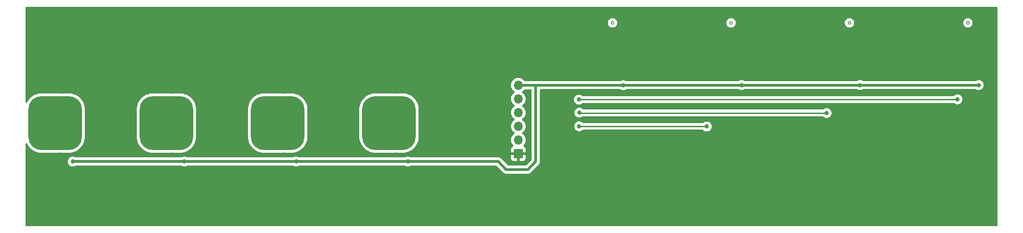
<source format=gbl>
%TF.GenerationSoftware,KiCad,Pcbnew,(6.0.2)*%
%TF.CreationDate,2023-03-26T00:57:02-07:00*%
%TF.ProjectId,cap-sensors-1-ch-dome-switches,6361702d-7365-46e7-936f-72732d312d63,rev?*%
%TF.SameCoordinates,Original*%
%TF.FileFunction,Copper,L2,Bot*%
%TF.FilePolarity,Positive*%
%FSLAX46Y46*%
G04 Gerber Fmt 4.6, Leading zero omitted, Abs format (unit mm)*
G04 Created by KiCad (PCBNEW (6.0.2)) date 2023-03-26 00:57:02*
%MOMM*%
%LPD*%
G01*
G04 APERTURE LIST*
G04 Aperture macros list*
%AMRoundRect*
0 Rectangle with rounded corners*
0 $1 Rounding radius*
0 $2 $3 $4 $5 $6 $7 $8 $9 X,Y pos of 4 corners*
0 Add a 4 corners polygon primitive as box body*
4,1,4,$2,$3,$4,$5,$6,$7,$8,$9,$2,$3,0*
0 Add four circle primitives for the rounded corners*
1,1,$1+$1,$2,$3*
1,1,$1+$1,$4,$5*
1,1,$1+$1,$6,$7*
1,1,$1+$1,$8,$9*
0 Add four rect primitives between the rounded corners*
20,1,$1+$1,$2,$3,$4,$5,0*
20,1,$1+$1,$4,$5,$6,$7,0*
20,1,$1+$1,$6,$7,$8,$9,0*
20,1,$1+$1,$8,$9,$2,$3,0*%
G04 Aperture macros list end*
%TA.AperFunction,NonConductor*%
%ADD10C,0.200000*%
%TD*%
%TA.AperFunction,SMDPad,CuDef*%
%ADD11RoundRect,2.500000X2.500000X2.500000X-2.500000X2.500000X-2.500000X-2.500000X2.500000X-2.500000X0*%
%TD*%
%TA.AperFunction,ComponentPad*%
%ADD12R,1.700000X1.700000*%
%TD*%
%TA.AperFunction,ComponentPad*%
%ADD13O,1.700000X1.700000*%
%TD*%
%TA.AperFunction,ViaPad*%
%ADD14C,0.800000*%
%TD*%
%TA.AperFunction,Conductor*%
%ADD15C,0.500000*%
%TD*%
%TA.AperFunction,Conductor*%
%ADD16C,0.250000*%
%TD*%
G04 APERTURE END LIST*
D10*
X196750000Y-92250000D02*
G75*
G03*
X196750000Y-92250000I-250000J0D01*
G01*
X174750000Y-92250000D02*
G75*
G03*
X174750000Y-92250000I-250000J0D01*
G01*
X152750000Y-92250000D02*
G75*
G03*
X152750000Y-92250000I-250000J0D01*
G01*
X130750000Y-92250000D02*
G75*
G03*
X130750000Y-92250000I-250000J0D01*
G01*
D11*
%TO.P,Button 4,1,Touch_Pad*%
%TO.N,Net-(P4-Pad1)*%
X88975000Y-110850000D03*
%TD*%
%TO.P,Button 3,1,Touch_Pad*%
%TO.N,Net-(P3-Pad1)*%
X68308332Y-110850000D03*
%TD*%
%TO.P,Button 2,1,Touch_Pad*%
%TO.N,Net-(P2-Pad1)*%
X47641666Y-110850000D03*
%TD*%
%TO.P,Button 1,1,Touch_Pad*%
%TO.N,Net-(P1-Pad1)*%
X26975000Y-110850000D03*
%TD*%
D12*
%TO.P,J1,1,Pin_1*%
%TO.N,GND*%
X113000000Y-116540000D03*
D13*
%TO.P,J1,2,Pin_2*%
%TO.N,Net-(J1-Pad2)*%
X113000000Y-114000000D03*
%TO.P,J1,3,Pin_3*%
%TO.N,Net-(J1-Pad3)*%
X113000000Y-111460000D03*
%TO.P,J1,4,Pin_4*%
%TO.N,Net-(J1-Pad4)*%
X113000000Y-108920000D03*
%TO.P,J1,5,Pin_5*%
%TO.N,Net-(J1-Pad5)*%
X113000000Y-106380000D03*
%TO.P,J1,6,Pin_6*%
%TO.N,+3V3*%
X113000000Y-103840000D03*
%TD*%
D14*
%TO.N,+3V3*%
X198500000Y-103800000D03*
%TO.N,Net-(J1-Pad5)*%
X194550000Y-106450000D03*
X124250000Y-106500000D03*
%TO.N,Net-(J1-Pad3)*%
X124290000Y-111460000D03*
%TO.N,Net-(J1-Pad4)*%
X124330000Y-108920000D03*
%TO.N,+3V3*%
X176450000Y-103800000D03*
X154450000Y-103800000D03*
X132499998Y-103840000D03*
X92475000Y-118000000D03*
X71725000Y-118000000D03*
X50975000Y-118000000D03*
X30250001Y-117999999D03*
%TO.N,Net-(J1-Pad3)*%
X148000000Y-111500000D03*
%TO.N,Net-(J1-Pad4)*%
X170250000Y-109000000D03*
%TO.N,GND*%
X106250000Y-105750000D03*
X106250000Y-108500000D03*
X106250000Y-111500000D03*
X106250000Y-114500000D03*
X90225000Y-105000000D03*
X90225000Y-116750000D03*
%TO.N,Net-(P4-Pad1)*%
X88500000Y-109000000D03*
%TO.N,GND*%
X69500000Y-105000000D03*
X69475000Y-116750000D03*
%TO.N,Net-(P3-Pad1)*%
X67750000Y-109125000D03*
%TO.N,Net-(P2-Pad1)*%
X46975000Y-109000000D03*
%TO.N,GND*%
X48725000Y-105000000D03*
X48725000Y-116750000D03*
X28225000Y-105000000D03*
%TO.N,Net-(P1-Pad1)*%
X26375000Y-109375480D03*
%TO.N,GND*%
X27975000Y-116750000D03*
%TD*%
D15*
%TO.N,+3V3*%
X115380000Y-103800000D02*
X198500000Y-103800000D01*
X115340000Y-103840000D02*
X115380000Y-103800000D01*
D16*
%TO.N,Net-(J1-Pad3)*%
X147960000Y-111460000D02*
X148000000Y-111500000D01*
X124290000Y-111460000D02*
X147960000Y-111460000D01*
%TO.N,Net-(J1-Pad4)*%
X124410000Y-109000000D02*
X170250000Y-109000000D01*
X124330000Y-108920000D02*
X124410000Y-109000000D01*
%TO.N,Net-(J1-Pad5)*%
X194500000Y-106500000D02*
X194550000Y-106450000D01*
X124250000Y-106500000D02*
X194500000Y-106500000D01*
D15*
%TO.N,+3V3*%
X109250000Y-118000000D02*
X92475000Y-118000000D01*
X114750000Y-119500000D02*
X110750000Y-119500000D01*
X110750000Y-119500000D02*
X109250000Y-118000000D01*
X116250000Y-103840000D02*
X116250000Y-118000000D01*
X115340000Y-103840000D02*
X116250000Y-103840000D01*
X116250000Y-118000000D02*
X114750000Y-119500000D01*
X50975000Y-118000000D02*
X30250001Y-117999999D01*
X113000000Y-103840000D02*
X115340000Y-103840000D01*
X92475000Y-118000000D02*
X71725000Y-118000000D01*
X71725000Y-118000000D02*
X50975000Y-118000000D01*
%TD*%
%TA.AperFunction,Conductor*%
%TO.N,GND*%
G36*
X201934121Y-89278002D02*
G01*
X201980614Y-89331658D01*
X201992000Y-89384000D01*
X201992000Y-129866000D01*
X201971998Y-129934121D01*
X201918342Y-129980614D01*
X201866000Y-129992000D01*
X21634000Y-129992000D01*
X21565879Y-129971998D01*
X21519386Y-129918342D01*
X21508000Y-129866000D01*
X21508000Y-117999999D01*
X29336497Y-117999999D01*
X29337187Y-118006564D01*
X29353871Y-118165299D01*
X29356459Y-118189927D01*
X29415474Y-118371555D01*
X29510961Y-118536943D01*
X29515379Y-118541850D01*
X29515380Y-118541851D01*
X29541972Y-118571384D01*
X29638748Y-118678865D01*
X29697427Y-118721498D01*
X29787905Y-118787234D01*
X29793249Y-118791117D01*
X29799277Y-118793801D01*
X29799279Y-118793802D01*
X29961682Y-118866108D01*
X29967713Y-118868793D01*
X30061113Y-118888646D01*
X30148057Y-118907127D01*
X30148062Y-118907127D01*
X30154514Y-118908499D01*
X30345488Y-118908499D01*
X30351940Y-118907127D01*
X30351945Y-118907127D01*
X30438889Y-118888646D01*
X30532289Y-118868793D01*
X30538320Y-118866108D01*
X30700723Y-118793802D01*
X30700725Y-118793801D01*
X30706753Y-118791117D01*
X30712092Y-118787238D01*
X30712099Y-118787234D01*
X30718529Y-118782562D01*
X30792588Y-118758499D01*
X40612501Y-118758500D01*
X50432413Y-118758500D01*
X50506472Y-118782563D01*
X50512902Y-118787235D01*
X50512909Y-118787239D01*
X50518248Y-118791118D01*
X50524276Y-118793802D01*
X50524278Y-118793803D01*
X50686679Y-118866108D01*
X50692712Y-118868794D01*
X50786112Y-118888647D01*
X50873056Y-118907128D01*
X50873061Y-118907128D01*
X50879513Y-118908500D01*
X51070487Y-118908500D01*
X51076939Y-118907128D01*
X51076944Y-118907128D01*
X51163888Y-118888647D01*
X51257288Y-118868794D01*
X51263321Y-118866108D01*
X51425722Y-118793803D01*
X51425724Y-118793802D01*
X51431752Y-118791118D01*
X51437091Y-118787239D01*
X51437098Y-118787235D01*
X51443528Y-118782563D01*
X51517587Y-118758500D01*
X71182413Y-118758500D01*
X71256472Y-118782563D01*
X71262902Y-118787235D01*
X71262909Y-118787239D01*
X71268248Y-118791118D01*
X71274276Y-118793802D01*
X71274278Y-118793803D01*
X71436679Y-118866108D01*
X71442712Y-118868794D01*
X71536112Y-118888647D01*
X71623056Y-118907128D01*
X71623061Y-118907128D01*
X71629513Y-118908500D01*
X71820487Y-118908500D01*
X71826939Y-118907128D01*
X71826944Y-118907128D01*
X71913888Y-118888647D01*
X72007288Y-118868794D01*
X72013321Y-118866108D01*
X72175722Y-118793803D01*
X72175724Y-118793802D01*
X72181752Y-118791118D01*
X72187091Y-118787239D01*
X72187098Y-118787235D01*
X72193528Y-118782563D01*
X72267587Y-118758500D01*
X91932413Y-118758500D01*
X92006472Y-118782563D01*
X92012902Y-118787235D01*
X92012909Y-118787239D01*
X92018248Y-118791118D01*
X92024276Y-118793802D01*
X92024278Y-118793803D01*
X92186679Y-118866108D01*
X92192712Y-118868794D01*
X92286112Y-118888647D01*
X92373056Y-118907128D01*
X92373061Y-118907128D01*
X92379513Y-118908500D01*
X92570487Y-118908500D01*
X92576939Y-118907128D01*
X92576944Y-118907128D01*
X92663888Y-118888647D01*
X92757288Y-118868794D01*
X92763321Y-118866108D01*
X92925722Y-118793803D01*
X92925724Y-118793802D01*
X92931752Y-118791118D01*
X92937091Y-118787239D01*
X92937098Y-118787235D01*
X92943528Y-118782563D01*
X93017587Y-118758500D01*
X108883629Y-118758500D01*
X108951750Y-118778502D01*
X108972724Y-118795405D01*
X110166230Y-119988911D01*
X110178616Y-120003323D01*
X110187149Y-120014918D01*
X110187154Y-120014923D01*
X110191492Y-120020818D01*
X110197070Y-120025557D01*
X110197073Y-120025560D01*
X110231768Y-120055035D01*
X110239284Y-120061965D01*
X110244979Y-120067660D01*
X110247861Y-120069940D01*
X110267251Y-120085281D01*
X110270655Y-120088072D01*
X110320703Y-120130591D01*
X110326285Y-120135333D01*
X110332801Y-120138661D01*
X110337850Y-120142028D01*
X110342979Y-120145195D01*
X110348716Y-120149734D01*
X110414875Y-120180655D01*
X110418769Y-120182558D01*
X110483808Y-120215769D01*
X110490916Y-120217508D01*
X110496559Y-120219607D01*
X110502322Y-120221524D01*
X110508950Y-120224622D01*
X110516112Y-120226112D01*
X110516113Y-120226112D01*
X110580412Y-120239486D01*
X110584696Y-120240456D01*
X110655610Y-120257808D01*
X110661212Y-120258156D01*
X110661215Y-120258156D01*
X110666764Y-120258500D01*
X110666762Y-120258536D01*
X110670755Y-120258775D01*
X110674947Y-120259149D01*
X110682115Y-120260640D01*
X110759520Y-120258546D01*
X110762928Y-120258500D01*
X114682930Y-120258500D01*
X114701880Y-120259933D01*
X114716115Y-120262099D01*
X114716119Y-120262099D01*
X114723349Y-120263199D01*
X114730641Y-120262606D01*
X114730644Y-120262606D01*
X114776018Y-120258915D01*
X114786233Y-120258500D01*
X114794293Y-120258500D01*
X114811680Y-120256473D01*
X114822507Y-120255211D01*
X114826882Y-120254778D01*
X114892339Y-120249454D01*
X114892342Y-120249453D01*
X114899637Y-120248860D01*
X114906601Y-120246604D01*
X114912560Y-120245413D01*
X114918415Y-120244029D01*
X114925681Y-120243182D01*
X114994327Y-120218265D01*
X114998455Y-120216848D01*
X115060936Y-120196607D01*
X115060938Y-120196606D01*
X115067899Y-120194351D01*
X115074154Y-120190555D01*
X115079628Y-120188049D01*
X115085058Y-120185330D01*
X115091937Y-120182833D01*
X115098058Y-120178820D01*
X115152976Y-120142814D01*
X115156680Y-120140477D01*
X115219107Y-120102595D01*
X115227484Y-120095197D01*
X115227508Y-120095224D01*
X115230500Y-120092571D01*
X115233733Y-120089868D01*
X115239852Y-120085856D01*
X115293128Y-120029617D01*
X115295506Y-120027175D01*
X116738911Y-118583770D01*
X116753323Y-118571384D01*
X116764918Y-118562851D01*
X116764923Y-118562846D01*
X116770818Y-118558508D01*
X116775557Y-118552930D01*
X116775560Y-118552927D01*
X116805035Y-118518232D01*
X116811965Y-118510716D01*
X116817660Y-118505021D01*
X116835281Y-118482749D01*
X116838072Y-118479345D01*
X116880591Y-118429297D01*
X116880592Y-118429295D01*
X116885333Y-118423715D01*
X116888661Y-118417199D01*
X116892028Y-118412150D01*
X116895195Y-118407021D01*
X116899734Y-118401284D01*
X116930655Y-118335125D01*
X116932561Y-118331225D01*
X116965769Y-118266192D01*
X116967508Y-118259084D01*
X116969607Y-118253441D01*
X116971524Y-118247678D01*
X116974622Y-118241050D01*
X116989487Y-118169583D01*
X116990457Y-118165299D01*
X117006473Y-118099845D01*
X117007808Y-118094390D01*
X117008500Y-118083236D01*
X117008536Y-118083238D01*
X117008775Y-118079245D01*
X117009149Y-118075053D01*
X117010640Y-118067885D01*
X117008546Y-117990479D01*
X117008500Y-117987072D01*
X117008500Y-111460000D01*
X123376496Y-111460000D01*
X123377186Y-111466565D01*
X123383844Y-111529908D01*
X123396458Y-111649928D01*
X123455473Y-111831556D01*
X123458776Y-111837278D01*
X123458777Y-111837279D01*
X123478567Y-111871556D01*
X123550960Y-111996944D01*
X123555378Y-112001851D01*
X123555379Y-112001852D01*
X123586976Y-112036944D01*
X123678747Y-112138866D01*
X123833248Y-112251118D01*
X123839276Y-112253802D01*
X123839278Y-112253803D01*
X124001681Y-112326109D01*
X124007712Y-112328794D01*
X124094009Y-112347137D01*
X124188056Y-112367128D01*
X124188061Y-112367128D01*
X124194513Y-112368500D01*
X124385487Y-112368500D01*
X124391939Y-112367128D01*
X124391944Y-112367128D01*
X124485991Y-112347137D01*
X124572288Y-112328794D01*
X124578319Y-112326109D01*
X124740722Y-112253803D01*
X124740724Y-112253802D01*
X124746752Y-112251118D01*
X124840854Y-112182749D01*
X124879671Y-112154546D01*
X124901253Y-112138866D01*
X124905668Y-112133963D01*
X124910580Y-112129540D01*
X124911705Y-112130789D01*
X124965014Y-112097949D01*
X124998200Y-112093500D01*
X147255784Y-112093500D01*
X147323905Y-112113502D01*
X147349420Y-112135189D01*
X147388747Y-112178866D01*
X147410329Y-112194546D01*
X147512792Y-112268990D01*
X147543248Y-112291118D01*
X147549276Y-112293802D01*
X147549278Y-112293803D01*
X147669069Y-112347137D01*
X147717712Y-112368794D01*
X147811112Y-112388647D01*
X147898056Y-112407128D01*
X147898061Y-112407128D01*
X147904513Y-112408500D01*
X148095487Y-112408500D01*
X148101939Y-112407128D01*
X148101944Y-112407128D01*
X148188888Y-112388647D01*
X148282288Y-112368794D01*
X148330931Y-112347137D01*
X148450722Y-112293803D01*
X148450724Y-112293802D01*
X148456752Y-112291118D01*
X148487209Y-112268990D01*
X148517149Y-112247237D01*
X148611253Y-112178866D01*
X148643773Y-112142749D01*
X148734621Y-112041852D01*
X148734622Y-112041851D01*
X148739040Y-112036944D01*
X148834527Y-111871556D01*
X148893542Y-111689928D01*
X148913504Y-111500000D01*
X148906341Y-111431851D01*
X148894232Y-111316635D01*
X148894232Y-111316633D01*
X148893542Y-111310072D01*
X148834527Y-111128444D01*
X148739040Y-110963056D01*
X148708173Y-110928774D01*
X148615675Y-110826045D01*
X148615674Y-110826044D01*
X148611253Y-110821134D01*
X148456752Y-110708882D01*
X148450724Y-110706198D01*
X148450722Y-110706197D01*
X148288319Y-110633891D01*
X148288318Y-110633891D01*
X148282288Y-110631206D01*
X148188887Y-110611353D01*
X148101944Y-110592872D01*
X148101939Y-110592872D01*
X148095487Y-110591500D01*
X147904513Y-110591500D01*
X147898061Y-110592872D01*
X147898056Y-110592872D01*
X147811113Y-110611353D01*
X147717712Y-110631206D01*
X147711682Y-110633891D01*
X147711681Y-110633891D01*
X147549278Y-110706197D01*
X147549276Y-110706198D01*
X147543248Y-110708882D01*
X147537907Y-110712762D01*
X147537906Y-110712763D01*
X147414482Y-110802436D01*
X147347614Y-110826295D01*
X147340421Y-110826500D01*
X124998200Y-110826500D01*
X124930079Y-110806498D01*
X124910853Y-110790157D01*
X124910580Y-110790460D01*
X124905668Y-110786037D01*
X124901253Y-110781134D01*
X124801807Y-110708882D01*
X124752094Y-110672763D01*
X124752093Y-110672762D01*
X124746752Y-110668882D01*
X124740724Y-110666198D01*
X124740722Y-110666197D01*
X124578319Y-110593891D01*
X124578318Y-110593891D01*
X124572288Y-110591206D01*
X124478887Y-110571353D01*
X124391944Y-110552872D01*
X124391939Y-110552872D01*
X124385487Y-110551500D01*
X124194513Y-110551500D01*
X124188061Y-110552872D01*
X124188056Y-110552872D01*
X124101112Y-110571353D01*
X124007712Y-110591206D01*
X124001682Y-110593891D01*
X124001681Y-110593891D01*
X123839278Y-110666197D01*
X123839276Y-110666198D01*
X123833248Y-110668882D01*
X123827907Y-110672762D01*
X123827906Y-110672763D01*
X123778193Y-110708882D01*
X123678747Y-110781134D01*
X123674326Y-110786044D01*
X123674325Y-110786045D01*
X123647498Y-110815840D01*
X123550960Y-110923056D01*
X123455473Y-111088444D01*
X123396458Y-111270072D01*
X123376496Y-111460000D01*
X117008500Y-111460000D01*
X117008500Y-108920000D01*
X123416496Y-108920000D01*
X123417186Y-108926565D01*
X123423844Y-108989908D01*
X123436458Y-109109928D01*
X123495473Y-109291556D01*
X123498776Y-109297278D01*
X123498777Y-109297279D01*
X123519069Y-109332425D01*
X123590960Y-109456944D01*
X123718747Y-109598866D01*
X123793947Y-109653502D01*
X123834202Y-109682749D01*
X123873248Y-109711118D01*
X123879276Y-109713802D01*
X123879278Y-109713803D01*
X123904625Y-109725088D01*
X124047712Y-109788794D01*
X124134009Y-109807137D01*
X124228056Y-109827128D01*
X124228061Y-109827128D01*
X124234513Y-109828500D01*
X124425487Y-109828500D01*
X124431939Y-109827128D01*
X124431944Y-109827128D01*
X124525991Y-109807137D01*
X124612288Y-109788794D01*
X124755375Y-109725088D01*
X124780722Y-109713803D01*
X124780724Y-109713802D01*
X124786752Y-109711118D01*
X124837903Y-109673955D01*
X124860463Y-109657564D01*
X124934524Y-109633500D01*
X169541800Y-109633500D01*
X169609921Y-109653502D01*
X169629147Y-109669843D01*
X169629420Y-109669540D01*
X169634332Y-109673963D01*
X169638747Y-109678866D01*
X169660329Y-109694546D01*
X169786354Y-109786109D01*
X169793248Y-109791118D01*
X169799276Y-109793802D01*
X169799278Y-109793803D01*
X169961681Y-109866109D01*
X169967712Y-109868794D01*
X170061112Y-109888647D01*
X170148056Y-109907128D01*
X170148061Y-109907128D01*
X170154513Y-109908500D01*
X170345487Y-109908500D01*
X170351939Y-109907128D01*
X170351944Y-109907128D01*
X170438888Y-109888647D01*
X170532288Y-109868794D01*
X170538319Y-109866109D01*
X170700722Y-109793803D01*
X170700724Y-109793802D01*
X170706752Y-109791118D01*
X170713647Y-109786109D01*
X170762157Y-109750864D01*
X170861253Y-109678866D01*
X170869650Y-109669540D01*
X170984621Y-109541852D01*
X170984622Y-109541851D01*
X170989040Y-109536944D01*
X171084527Y-109371556D01*
X171143542Y-109189928D01*
X171151291Y-109116206D01*
X171162814Y-109006565D01*
X171163504Y-109000000D01*
X171155786Y-108926565D01*
X171144232Y-108816635D01*
X171144232Y-108816633D01*
X171143542Y-108810072D01*
X171084527Y-108628444D01*
X170989040Y-108463056D01*
X170981154Y-108454297D01*
X170865675Y-108326045D01*
X170865674Y-108326044D01*
X170861253Y-108321134D01*
X170750109Y-108240383D01*
X170712094Y-108212763D01*
X170712093Y-108212762D01*
X170706752Y-108208882D01*
X170700724Y-108206198D01*
X170700722Y-108206197D01*
X170538319Y-108133891D01*
X170538318Y-108133891D01*
X170532288Y-108131206D01*
X170438888Y-108111353D01*
X170351944Y-108092872D01*
X170351939Y-108092872D01*
X170345487Y-108091500D01*
X170154513Y-108091500D01*
X170148061Y-108092872D01*
X170148056Y-108092872D01*
X170061112Y-108111353D01*
X169967712Y-108131206D01*
X169961682Y-108133891D01*
X169961681Y-108133891D01*
X169799278Y-108206197D01*
X169799276Y-108206198D01*
X169793248Y-108208882D01*
X169787907Y-108212762D01*
X169787906Y-108212763D01*
X169707073Y-108271492D01*
X169638747Y-108321134D01*
X169634332Y-108326037D01*
X169629420Y-108330460D01*
X169628295Y-108329211D01*
X169574986Y-108362051D01*
X169541800Y-108366500D01*
X125110231Y-108366500D01*
X125042110Y-108346498D01*
X125016595Y-108324810D01*
X125009793Y-108317255D01*
X124941253Y-108241134D01*
X124842157Y-108169136D01*
X124792094Y-108132763D01*
X124792093Y-108132762D01*
X124786752Y-108128882D01*
X124780724Y-108126198D01*
X124780722Y-108126197D01*
X124618319Y-108053891D01*
X124618318Y-108053891D01*
X124612288Y-108051206D01*
X124518887Y-108031353D01*
X124431944Y-108012872D01*
X124431939Y-108012872D01*
X124425487Y-108011500D01*
X124234513Y-108011500D01*
X124228061Y-108012872D01*
X124228056Y-108012872D01*
X124141112Y-108031353D01*
X124047712Y-108051206D01*
X124041682Y-108053891D01*
X124041681Y-108053891D01*
X123879278Y-108126197D01*
X123879276Y-108126198D01*
X123873248Y-108128882D01*
X123867907Y-108132762D01*
X123867906Y-108132763D01*
X123817843Y-108169136D01*
X123718747Y-108241134D01*
X123714326Y-108246044D01*
X123714325Y-108246045D01*
X123638318Y-108330460D01*
X123590960Y-108383056D01*
X123495473Y-108548444D01*
X123436458Y-108730072D01*
X123435768Y-108736633D01*
X123435768Y-108736635D01*
X123428050Y-108810072D01*
X123416496Y-108920000D01*
X117008500Y-108920000D01*
X117008500Y-106500000D01*
X123336496Y-106500000D01*
X123337186Y-106506565D01*
X123354161Y-106668069D01*
X123356458Y-106689928D01*
X123415473Y-106871556D01*
X123510960Y-107036944D01*
X123515378Y-107041851D01*
X123515379Y-107041852D01*
X123630350Y-107169540D01*
X123638747Y-107178866D01*
X123793248Y-107291118D01*
X123799276Y-107293802D01*
X123799278Y-107293803D01*
X123941761Y-107357240D01*
X123967712Y-107368794D01*
X124061113Y-107388647D01*
X124148056Y-107407128D01*
X124148061Y-107407128D01*
X124154513Y-107408500D01*
X124345487Y-107408500D01*
X124351939Y-107407128D01*
X124351944Y-107407128D01*
X124438887Y-107388647D01*
X124532288Y-107368794D01*
X124558239Y-107357240D01*
X124700722Y-107293803D01*
X124700724Y-107293802D01*
X124706752Y-107291118D01*
X124861253Y-107178866D01*
X124865668Y-107173963D01*
X124870580Y-107169540D01*
X124871705Y-107170789D01*
X124925014Y-107137949D01*
X124958200Y-107133500D01*
X193904185Y-107133500D01*
X193972306Y-107153502D01*
X193978246Y-107157564D01*
X194016130Y-107185088D01*
X194093248Y-107241118D01*
X194099276Y-107243802D01*
X194099278Y-107243803D01*
X194196833Y-107287237D01*
X194267712Y-107318794D01*
X194361112Y-107338647D01*
X194448056Y-107357128D01*
X194448061Y-107357128D01*
X194454513Y-107358500D01*
X194645487Y-107358500D01*
X194651939Y-107357128D01*
X194651944Y-107357128D01*
X194738887Y-107338647D01*
X194832288Y-107318794D01*
X194903167Y-107287237D01*
X195000722Y-107243803D01*
X195000724Y-107243802D01*
X195006752Y-107241118D01*
X195161253Y-107128866D01*
X195165675Y-107123955D01*
X195284621Y-106991852D01*
X195284622Y-106991851D01*
X195289040Y-106986944D01*
X195384527Y-106821556D01*
X195443542Y-106639928D01*
X195463504Y-106450000D01*
X195462794Y-106443240D01*
X195444232Y-106266635D01*
X195444232Y-106266633D01*
X195443542Y-106260072D01*
X195384527Y-106078444D01*
X195289040Y-105913056D01*
X195214398Y-105830157D01*
X195165675Y-105776045D01*
X195165674Y-105776044D01*
X195161253Y-105771134D01*
X195006752Y-105658882D01*
X195000724Y-105656198D01*
X195000722Y-105656197D01*
X194838319Y-105583891D01*
X194838318Y-105583891D01*
X194832288Y-105581206D01*
X194738887Y-105561353D01*
X194651944Y-105542872D01*
X194651939Y-105542872D01*
X194645487Y-105541500D01*
X194454513Y-105541500D01*
X194448061Y-105542872D01*
X194448056Y-105542872D01*
X194361112Y-105561353D01*
X194267712Y-105581206D01*
X194261682Y-105583891D01*
X194261681Y-105583891D01*
X194099278Y-105656197D01*
X194099276Y-105656198D01*
X194093248Y-105658882D01*
X193938747Y-105771134D01*
X193897220Y-105817255D01*
X193890417Y-105824810D01*
X193829971Y-105862050D01*
X193796781Y-105866500D01*
X124958200Y-105866500D01*
X124890079Y-105846498D01*
X124870853Y-105830157D01*
X124870580Y-105830460D01*
X124865668Y-105826037D01*
X124861253Y-105821134D01*
X124750394Y-105740590D01*
X124712094Y-105712763D01*
X124712093Y-105712762D01*
X124706752Y-105708882D01*
X124700724Y-105706198D01*
X124700722Y-105706197D01*
X124538319Y-105633891D01*
X124538318Y-105633891D01*
X124532288Y-105631206D01*
X124438887Y-105611353D01*
X124351944Y-105592872D01*
X124351939Y-105592872D01*
X124345487Y-105591500D01*
X124154513Y-105591500D01*
X124148061Y-105592872D01*
X124148056Y-105592872D01*
X124061112Y-105611353D01*
X123967712Y-105631206D01*
X123961682Y-105633891D01*
X123961681Y-105633891D01*
X123799278Y-105706197D01*
X123799276Y-105706198D01*
X123793248Y-105708882D01*
X123638747Y-105821134D01*
X123634326Y-105826044D01*
X123634325Y-105826045D01*
X123531088Y-105940702D01*
X123510960Y-105963056D01*
X123415473Y-106128444D01*
X123356458Y-106310072D01*
X123355768Y-106316633D01*
X123355768Y-106316635D01*
X123341761Y-106449908D01*
X123336496Y-106500000D01*
X117008500Y-106500000D01*
X117008500Y-104684500D01*
X117028502Y-104616379D01*
X117082158Y-104569886D01*
X117134500Y-104558500D01*
X131902356Y-104558500D01*
X131976417Y-104582564D01*
X132022960Y-104616379D01*
X132043246Y-104631118D01*
X132049274Y-104633802D01*
X132049276Y-104633803D01*
X132211679Y-104706109D01*
X132217710Y-104708794D01*
X132295708Y-104725373D01*
X132398054Y-104747128D01*
X132398059Y-104747128D01*
X132404511Y-104748500D01*
X132595485Y-104748500D01*
X132601937Y-104747128D01*
X132601942Y-104747128D01*
X132704288Y-104725373D01*
X132782286Y-104708794D01*
X132788317Y-104706109D01*
X132950720Y-104633803D01*
X132950722Y-104633802D01*
X132956750Y-104631118D01*
X132977037Y-104616379D01*
X133023579Y-104582564D01*
X133097640Y-104558500D01*
X153907413Y-104558500D01*
X153981472Y-104582563D01*
X153987902Y-104587235D01*
X153987909Y-104587239D01*
X153993248Y-104591118D01*
X153999276Y-104593802D01*
X153999278Y-104593803D01*
X154161681Y-104666109D01*
X154167712Y-104668794D01*
X154241603Y-104684500D01*
X154348056Y-104707128D01*
X154348061Y-104707128D01*
X154354513Y-104708500D01*
X154545487Y-104708500D01*
X154551939Y-104707128D01*
X154551944Y-104707128D01*
X154658397Y-104684500D01*
X154732288Y-104668794D01*
X154738319Y-104666109D01*
X154900722Y-104593803D01*
X154900724Y-104593802D01*
X154906752Y-104591118D01*
X154912091Y-104587239D01*
X154912098Y-104587235D01*
X154918528Y-104582563D01*
X154992587Y-104558500D01*
X175907413Y-104558500D01*
X175981472Y-104582563D01*
X175987902Y-104587235D01*
X175987909Y-104587239D01*
X175993248Y-104591118D01*
X175999276Y-104593802D01*
X175999278Y-104593803D01*
X176161681Y-104666109D01*
X176167712Y-104668794D01*
X176241603Y-104684500D01*
X176348056Y-104707128D01*
X176348061Y-104707128D01*
X176354513Y-104708500D01*
X176545487Y-104708500D01*
X176551939Y-104707128D01*
X176551944Y-104707128D01*
X176658397Y-104684500D01*
X176732288Y-104668794D01*
X176738319Y-104666109D01*
X176900722Y-104593803D01*
X176900724Y-104593802D01*
X176906752Y-104591118D01*
X176912091Y-104587239D01*
X176912098Y-104587235D01*
X176918528Y-104582563D01*
X176992587Y-104558500D01*
X197957413Y-104558500D01*
X198031472Y-104582563D01*
X198037902Y-104587235D01*
X198037909Y-104587239D01*
X198043248Y-104591118D01*
X198049276Y-104593802D01*
X198049278Y-104593803D01*
X198211681Y-104666109D01*
X198217712Y-104668794D01*
X198291603Y-104684500D01*
X198398056Y-104707128D01*
X198398061Y-104707128D01*
X198404513Y-104708500D01*
X198595487Y-104708500D01*
X198601939Y-104707128D01*
X198601944Y-104707128D01*
X198708397Y-104684500D01*
X198782288Y-104668794D01*
X198788319Y-104666109D01*
X198950722Y-104593803D01*
X198950724Y-104593802D01*
X198956752Y-104591118D01*
X198962097Y-104587235D01*
X199012157Y-104550864D01*
X199111253Y-104478866D01*
X199115675Y-104473955D01*
X199234621Y-104341852D01*
X199234622Y-104341851D01*
X199239040Y-104336944D01*
X199334527Y-104171556D01*
X199393542Y-103989928D01*
X199413504Y-103800000D01*
X199393542Y-103610072D01*
X199334527Y-103428444D01*
X199239040Y-103263056D01*
X199111253Y-103121134D01*
X199001647Y-103041500D01*
X198962094Y-103012763D01*
X198962093Y-103012762D01*
X198956752Y-103008882D01*
X198950724Y-103006198D01*
X198950722Y-103006197D01*
X198788319Y-102933891D01*
X198788318Y-102933891D01*
X198782288Y-102931206D01*
X198688887Y-102911353D01*
X198601944Y-102892872D01*
X198601939Y-102892872D01*
X198595487Y-102891500D01*
X198404513Y-102891500D01*
X198398061Y-102892872D01*
X198398056Y-102892872D01*
X198311113Y-102911353D01*
X198217712Y-102931206D01*
X198211682Y-102933891D01*
X198211681Y-102933891D01*
X198049278Y-103006197D01*
X198049276Y-103006198D01*
X198043248Y-103008882D01*
X198037909Y-103012761D01*
X198037902Y-103012765D01*
X198031472Y-103017437D01*
X197957413Y-103041500D01*
X176992587Y-103041500D01*
X176918528Y-103017437D01*
X176912098Y-103012765D01*
X176912091Y-103012761D01*
X176906752Y-103008882D01*
X176900724Y-103006198D01*
X176900722Y-103006197D01*
X176738319Y-102933891D01*
X176738318Y-102933891D01*
X176732288Y-102931206D01*
X176638887Y-102911353D01*
X176551944Y-102892872D01*
X176551939Y-102892872D01*
X176545487Y-102891500D01*
X176354513Y-102891500D01*
X176348061Y-102892872D01*
X176348056Y-102892872D01*
X176261113Y-102911353D01*
X176167712Y-102931206D01*
X176161682Y-102933891D01*
X176161681Y-102933891D01*
X175999278Y-103006197D01*
X175999276Y-103006198D01*
X175993248Y-103008882D01*
X175987909Y-103012761D01*
X175987902Y-103012765D01*
X175981472Y-103017437D01*
X175907413Y-103041500D01*
X154992587Y-103041500D01*
X154918528Y-103017437D01*
X154912098Y-103012765D01*
X154912091Y-103012761D01*
X154906752Y-103008882D01*
X154900724Y-103006198D01*
X154900722Y-103006197D01*
X154738319Y-102933891D01*
X154738318Y-102933891D01*
X154732288Y-102931206D01*
X154638887Y-102911353D01*
X154551944Y-102892872D01*
X154551939Y-102892872D01*
X154545487Y-102891500D01*
X154354513Y-102891500D01*
X154348061Y-102892872D01*
X154348056Y-102892872D01*
X154261113Y-102911353D01*
X154167712Y-102931206D01*
X154161682Y-102933891D01*
X154161681Y-102933891D01*
X153999278Y-103006197D01*
X153999276Y-103006198D01*
X153993248Y-103008882D01*
X153987909Y-103012761D01*
X153987902Y-103012765D01*
X153981472Y-103017437D01*
X153907413Y-103041500D01*
X132966953Y-103041500D01*
X132915705Y-103030607D01*
X132788321Y-102973892D01*
X132788313Y-102973889D01*
X132782286Y-102971206D01*
X132688886Y-102951353D01*
X132601942Y-102932872D01*
X132601937Y-102932872D01*
X132595485Y-102931500D01*
X132404511Y-102931500D01*
X132398059Y-102932872D01*
X132398054Y-102932872D01*
X132311111Y-102951353D01*
X132217710Y-102971206D01*
X132211683Y-102973889D01*
X132211675Y-102973892D01*
X132084291Y-103030607D01*
X132033043Y-103041500D01*
X115447070Y-103041500D01*
X115428120Y-103040067D01*
X115413885Y-103037901D01*
X115413881Y-103037901D01*
X115406651Y-103036801D01*
X115399359Y-103037394D01*
X115399356Y-103037394D01*
X115353982Y-103041085D01*
X115343767Y-103041500D01*
X115335707Y-103041500D01*
X115332073Y-103041924D01*
X115332067Y-103041924D01*
X115319042Y-103043443D01*
X115307480Y-103044791D01*
X115303132Y-103045221D01*
X115281059Y-103047016D01*
X115237662Y-103050546D01*
X115237659Y-103050547D01*
X115230364Y-103051140D01*
X115223400Y-103053396D01*
X115217461Y-103054583D01*
X115211591Y-103055970D01*
X115204319Y-103056818D01*
X115197442Y-103059314D01*
X115197439Y-103059315D01*
X115157152Y-103073939D01*
X115114160Y-103081500D01*
X114195939Y-103081500D01*
X114127818Y-103061498D01*
X114090147Y-103023941D01*
X114085940Y-103017437D01*
X114080014Y-103008277D01*
X113929670Y-102843051D01*
X113925619Y-102839852D01*
X113925615Y-102839848D01*
X113758414Y-102707800D01*
X113758410Y-102707798D01*
X113754359Y-102704598D01*
X113558789Y-102596638D01*
X113553920Y-102594914D01*
X113553916Y-102594912D01*
X113353087Y-102523795D01*
X113353083Y-102523794D01*
X113348212Y-102522069D01*
X113343119Y-102521162D01*
X113343116Y-102521161D01*
X113133373Y-102483800D01*
X113133367Y-102483799D01*
X113128284Y-102482894D01*
X113054452Y-102481992D01*
X112910081Y-102480228D01*
X112910079Y-102480228D01*
X112904911Y-102480165D01*
X112684091Y-102513955D01*
X112471756Y-102583357D01*
X112273607Y-102686507D01*
X112269474Y-102689610D01*
X112269471Y-102689612D01*
X112245247Y-102707800D01*
X112094965Y-102820635D01*
X111940629Y-102982138D01*
X111937715Y-102986410D01*
X111937714Y-102986411D01*
X111900418Y-103041085D01*
X111814743Y-103166680D01*
X111720688Y-103369305D01*
X111660989Y-103584570D01*
X111637251Y-103806695D01*
X111637548Y-103811848D01*
X111637548Y-103811851D01*
X111647816Y-103989928D01*
X111650110Y-104029715D01*
X111651247Y-104034761D01*
X111651248Y-104034767D01*
X111675304Y-104141508D01*
X111699222Y-104247639D01*
X111783266Y-104454616D01*
X111800506Y-104482749D01*
X111893072Y-104633803D01*
X111899987Y-104645088D01*
X112046250Y-104813938D01*
X112218126Y-104956632D01*
X112288595Y-104997811D01*
X112291445Y-104999476D01*
X112340169Y-105051114D01*
X112353240Y-105120897D01*
X112326509Y-105186669D01*
X112286055Y-105220027D01*
X112273607Y-105226507D01*
X112269474Y-105229610D01*
X112269471Y-105229612D01*
X112109429Y-105349775D01*
X112094965Y-105360635D01*
X111940629Y-105522138D01*
X111937715Y-105526410D01*
X111937714Y-105526411D01*
X111872604Y-105621859D01*
X111814743Y-105706680D01*
X111720688Y-105909305D01*
X111660989Y-106124570D01*
X111637251Y-106346695D01*
X111637548Y-106351848D01*
X111637548Y-106351851D01*
X111642829Y-106443435D01*
X111650110Y-106569715D01*
X111651247Y-106574761D01*
X111651248Y-106574767D01*
X111664454Y-106633365D01*
X111699222Y-106787639D01*
X111783266Y-106994616D01*
X111785965Y-106999020D01*
X111893165Y-107173955D01*
X111899987Y-107185088D01*
X112046250Y-107353938D01*
X112218126Y-107496632D01*
X112288595Y-107537811D01*
X112291445Y-107539476D01*
X112340169Y-107591114D01*
X112353240Y-107660897D01*
X112326509Y-107726669D01*
X112286055Y-107760027D01*
X112273607Y-107766507D01*
X112269474Y-107769610D01*
X112269471Y-107769612D01*
X112245247Y-107787800D01*
X112094965Y-107900635D01*
X111940629Y-108062138D01*
X111937715Y-108066410D01*
X111937714Y-108066411D01*
X111919838Y-108092617D01*
X111814743Y-108246680D01*
X111720688Y-108449305D01*
X111660989Y-108664570D01*
X111637251Y-108886695D01*
X111637548Y-108891848D01*
X111637548Y-108891851D01*
X111649744Y-109103365D01*
X111650110Y-109109715D01*
X111651247Y-109114761D01*
X111651248Y-109114767D01*
X111666708Y-109183365D01*
X111699222Y-109327639D01*
X111783266Y-109534616D01*
X111785965Y-109539020D01*
X111893072Y-109713803D01*
X111899987Y-109725088D01*
X112046250Y-109893938D01*
X112218126Y-110036632D01*
X112288595Y-110077811D01*
X112291445Y-110079476D01*
X112340169Y-110131114D01*
X112353240Y-110200897D01*
X112326509Y-110266669D01*
X112286055Y-110300027D01*
X112273607Y-110306507D01*
X112269474Y-110309610D01*
X112269471Y-110309612D01*
X112245247Y-110327800D01*
X112094965Y-110440635D01*
X111940629Y-110602138D01*
X111937715Y-110606410D01*
X111937714Y-110606411D01*
X111896931Y-110666197D01*
X111814743Y-110786680D01*
X111796259Y-110826500D01*
X111735151Y-110958148D01*
X111720688Y-110989305D01*
X111660989Y-111204570D01*
X111637251Y-111426695D01*
X111637548Y-111431848D01*
X111637548Y-111431851D01*
X111643011Y-111526590D01*
X111650110Y-111649715D01*
X111651247Y-111654761D01*
X111651248Y-111654767D01*
X111660587Y-111696206D01*
X111699222Y-111867639D01*
X111783266Y-112074616D01*
X111807095Y-112113502D01*
X111893072Y-112253803D01*
X111899987Y-112265088D01*
X112046250Y-112433938D01*
X112218126Y-112576632D01*
X112288595Y-112617811D01*
X112291445Y-112619476D01*
X112340169Y-112671114D01*
X112353240Y-112740897D01*
X112326509Y-112806669D01*
X112286055Y-112840027D01*
X112273607Y-112846507D01*
X112269474Y-112849610D01*
X112269471Y-112849612D01*
X112245247Y-112867800D01*
X112094965Y-112980635D01*
X111940629Y-113142138D01*
X111814743Y-113326680D01*
X111720688Y-113529305D01*
X111660989Y-113744570D01*
X111637251Y-113966695D01*
X111637548Y-113971848D01*
X111637548Y-113971851D01*
X111643011Y-114066590D01*
X111650110Y-114189715D01*
X111651247Y-114194761D01*
X111651248Y-114194767D01*
X111671119Y-114282939D01*
X111699222Y-114407639D01*
X111737461Y-114501811D01*
X111773524Y-114590623D01*
X111783266Y-114614616D01*
X111899987Y-114805088D01*
X112046250Y-114973938D01*
X112050225Y-114977238D01*
X112050231Y-114977244D01*
X112055425Y-114981556D01*
X112095059Y-115040460D01*
X112096555Y-115111441D01*
X112059439Y-115171962D01*
X112019168Y-115196480D01*
X111911946Y-115236676D01*
X111896351Y-115245214D01*
X111794276Y-115321715D01*
X111781715Y-115334276D01*
X111705214Y-115436351D01*
X111696676Y-115451946D01*
X111651522Y-115572394D01*
X111647895Y-115587649D01*
X111642369Y-115638514D01*
X111642000Y-115645328D01*
X111642000Y-116267885D01*
X111646475Y-116283124D01*
X111647865Y-116284329D01*
X111655548Y-116286000D01*
X114339884Y-116286000D01*
X114355123Y-116281525D01*
X114356328Y-116280135D01*
X114357999Y-116272452D01*
X114357999Y-115645331D01*
X114357629Y-115638510D01*
X114352105Y-115587648D01*
X114348479Y-115572396D01*
X114303324Y-115451946D01*
X114294786Y-115436351D01*
X114218285Y-115334276D01*
X114205724Y-115321715D01*
X114103649Y-115245214D01*
X114088054Y-115236676D01*
X113977813Y-115195348D01*
X113921049Y-115152706D01*
X113896349Y-115086145D01*
X113911557Y-115016796D01*
X113933104Y-114988115D01*
X114034430Y-114887144D01*
X114034440Y-114887132D01*
X114038096Y-114883489D01*
X114097594Y-114800689D01*
X114165435Y-114706277D01*
X114168453Y-114702077D01*
X114176475Y-114685847D01*
X114265136Y-114506453D01*
X114265137Y-114506451D01*
X114267430Y-114501811D01*
X114332370Y-114288069D01*
X114361529Y-114066590D01*
X114363156Y-114000000D01*
X114344852Y-113777361D01*
X114290431Y-113560702D01*
X114201354Y-113355840D01*
X114080014Y-113168277D01*
X113929670Y-113003051D01*
X113925619Y-112999852D01*
X113925615Y-112999848D01*
X113758414Y-112867800D01*
X113758410Y-112867798D01*
X113754359Y-112864598D01*
X113713053Y-112841796D01*
X113663084Y-112791364D01*
X113648312Y-112721921D01*
X113673428Y-112655516D01*
X113700780Y-112628909D01*
X113744603Y-112597650D01*
X113879860Y-112501173D01*
X114038096Y-112343489D01*
X114047670Y-112330166D01*
X114165435Y-112166277D01*
X114168453Y-112162077D01*
X114178006Y-112142749D01*
X114265136Y-111966453D01*
X114265137Y-111966451D01*
X114267430Y-111961811D01*
X114332370Y-111748069D01*
X114361529Y-111526590D01*
X114363156Y-111460000D01*
X114344852Y-111237361D01*
X114290431Y-111020702D01*
X114201354Y-110815840D01*
X114161906Y-110754862D01*
X114082822Y-110632617D01*
X114082820Y-110632614D01*
X114080014Y-110628277D01*
X113929670Y-110463051D01*
X113925619Y-110459852D01*
X113925615Y-110459848D01*
X113758414Y-110327800D01*
X113758410Y-110327798D01*
X113754359Y-110324598D01*
X113713053Y-110301796D01*
X113663084Y-110251364D01*
X113648312Y-110181921D01*
X113673428Y-110115516D01*
X113700780Y-110088909D01*
X113744603Y-110057650D01*
X113879860Y-109961173D01*
X114038096Y-109803489D01*
X114046986Y-109791118D01*
X114165435Y-109626277D01*
X114168453Y-109622077D01*
X114178006Y-109602749D01*
X114265136Y-109426453D01*
X114265137Y-109426451D01*
X114267430Y-109421811D01*
X114332370Y-109208069D01*
X114361529Y-108986590D01*
X114363156Y-108920000D01*
X114344852Y-108697361D01*
X114290431Y-108480702D01*
X114201354Y-108275840D01*
X114109523Y-108133891D01*
X114082822Y-108092617D01*
X114082820Y-108092614D01*
X114080014Y-108088277D01*
X113929670Y-107923051D01*
X113925619Y-107919852D01*
X113925615Y-107919848D01*
X113758414Y-107787800D01*
X113758410Y-107787798D01*
X113754359Y-107784598D01*
X113713053Y-107761796D01*
X113663084Y-107711364D01*
X113648312Y-107641921D01*
X113673428Y-107575516D01*
X113700780Y-107548909D01*
X113744603Y-107517650D01*
X113879860Y-107421173D01*
X113892578Y-107408500D01*
X114034435Y-107267137D01*
X114038096Y-107263489D01*
X114097594Y-107180689D01*
X114165435Y-107086277D01*
X114168453Y-107082077D01*
X114177549Y-107063674D01*
X114265136Y-106886453D01*
X114265137Y-106886451D01*
X114267430Y-106881811D01*
X114299900Y-106774940D01*
X114330865Y-106673023D01*
X114330865Y-106673021D01*
X114332370Y-106668069D01*
X114361529Y-106446590D01*
X114363156Y-106380000D01*
X114344852Y-106157361D01*
X114290431Y-105940702D01*
X114201354Y-105735840D01*
X114080014Y-105548277D01*
X113929670Y-105383051D01*
X113925619Y-105379852D01*
X113925615Y-105379848D01*
X113758414Y-105247800D01*
X113758410Y-105247798D01*
X113754359Y-105244598D01*
X113713053Y-105221796D01*
X113663084Y-105171364D01*
X113648312Y-105101921D01*
X113673428Y-105035516D01*
X113700780Y-105008909D01*
X113744603Y-104977650D01*
X113879860Y-104881173D01*
X114038096Y-104723489D01*
X114047670Y-104710166D01*
X114090203Y-104650974D01*
X114146198Y-104607326D01*
X114192526Y-104598500D01*
X115272930Y-104598500D01*
X115291880Y-104599933D01*
X115306115Y-104602099D01*
X115306119Y-104602099D01*
X115313349Y-104603199D01*
X115320641Y-104602606D01*
X115320644Y-104602606D01*
X115355285Y-104599788D01*
X115424803Y-104614201D01*
X115475493Y-104663911D01*
X115491500Y-104725373D01*
X115491500Y-117633629D01*
X115471498Y-117701750D01*
X115454595Y-117722724D01*
X114472724Y-118704595D01*
X114410412Y-118738621D01*
X114383629Y-118741500D01*
X111116371Y-118741500D01*
X111048250Y-118721498D01*
X111027276Y-118704595D01*
X109833770Y-117511089D01*
X109821384Y-117496677D01*
X109812851Y-117485082D01*
X109812846Y-117485077D01*
X109808508Y-117479182D01*
X109802930Y-117474443D01*
X109802927Y-117474440D01*
X109768232Y-117444965D01*
X109760716Y-117438035D01*
X109757350Y-117434669D01*
X111642001Y-117434669D01*
X111642371Y-117441490D01*
X111647895Y-117492352D01*
X111651521Y-117507604D01*
X111696676Y-117628054D01*
X111705214Y-117643649D01*
X111781715Y-117745724D01*
X111794276Y-117758285D01*
X111896351Y-117834786D01*
X111911946Y-117843324D01*
X112032394Y-117888478D01*
X112047649Y-117892105D01*
X112098514Y-117897631D01*
X112105328Y-117898000D01*
X112727885Y-117898000D01*
X112743124Y-117893525D01*
X112744329Y-117892135D01*
X112746000Y-117884452D01*
X112746000Y-117879884D01*
X113254000Y-117879884D01*
X113258475Y-117895123D01*
X113259865Y-117896328D01*
X113267548Y-117897999D01*
X113894669Y-117897999D01*
X113901490Y-117897629D01*
X113952352Y-117892105D01*
X113967604Y-117888479D01*
X114088054Y-117843324D01*
X114103649Y-117834786D01*
X114205724Y-117758285D01*
X114218285Y-117745724D01*
X114294786Y-117643649D01*
X114303324Y-117628054D01*
X114348478Y-117507606D01*
X114352105Y-117492351D01*
X114357631Y-117441486D01*
X114358000Y-117434672D01*
X114358000Y-116812115D01*
X114353525Y-116796876D01*
X114352135Y-116795671D01*
X114344452Y-116794000D01*
X113272115Y-116794000D01*
X113256876Y-116798475D01*
X113255671Y-116799865D01*
X113254000Y-116807548D01*
X113254000Y-117879884D01*
X112746000Y-117879884D01*
X112746000Y-116812115D01*
X112741525Y-116796876D01*
X112740135Y-116795671D01*
X112732452Y-116794000D01*
X111660116Y-116794000D01*
X111644877Y-116798475D01*
X111643672Y-116799865D01*
X111642001Y-116807548D01*
X111642001Y-117434669D01*
X109757350Y-117434669D01*
X109755021Y-117432340D01*
X109748880Y-117427482D01*
X109732749Y-117414719D01*
X109729345Y-117411928D01*
X109679297Y-117369409D01*
X109679295Y-117369408D01*
X109673715Y-117364667D01*
X109667199Y-117361339D01*
X109662150Y-117357972D01*
X109657021Y-117354805D01*
X109651284Y-117350266D01*
X109585125Y-117319345D01*
X109581225Y-117317439D01*
X109580855Y-117317250D01*
X109516192Y-117284231D01*
X109509084Y-117282492D01*
X109503441Y-117280393D01*
X109497678Y-117278476D01*
X109491050Y-117275378D01*
X109419583Y-117260513D01*
X109415299Y-117259543D01*
X109344390Y-117242192D01*
X109338788Y-117241844D01*
X109338785Y-117241844D01*
X109333236Y-117241500D01*
X109333238Y-117241464D01*
X109329245Y-117241225D01*
X109325053Y-117240851D01*
X109317885Y-117239360D01*
X109251675Y-117241151D01*
X109240479Y-117241454D01*
X109237072Y-117241500D01*
X93017587Y-117241500D01*
X92943528Y-117217437D01*
X92937098Y-117212765D01*
X92937091Y-117212761D01*
X92931752Y-117208882D01*
X92925724Y-117206198D01*
X92925722Y-117206197D01*
X92763319Y-117133891D01*
X92763316Y-117133890D01*
X92757288Y-117131206D01*
X92663888Y-117111353D01*
X92576944Y-117092872D01*
X92576939Y-117092872D01*
X92570487Y-117091500D01*
X92379513Y-117091500D01*
X92373061Y-117092872D01*
X92373056Y-117092872D01*
X92286112Y-117111353D01*
X92192712Y-117131206D01*
X92186684Y-117133890D01*
X92186681Y-117133891D01*
X92024278Y-117206197D01*
X92024276Y-117206198D01*
X92018248Y-117208882D01*
X92012909Y-117212761D01*
X92012902Y-117212765D01*
X92006472Y-117217437D01*
X91932413Y-117241500D01*
X72267587Y-117241500D01*
X72193528Y-117217437D01*
X72187098Y-117212765D01*
X72187091Y-117212761D01*
X72181752Y-117208882D01*
X72175724Y-117206198D01*
X72175722Y-117206197D01*
X72013319Y-117133891D01*
X72013316Y-117133890D01*
X72007288Y-117131206D01*
X71913888Y-117111353D01*
X71826944Y-117092872D01*
X71826939Y-117092872D01*
X71820487Y-117091500D01*
X71629513Y-117091500D01*
X71623061Y-117092872D01*
X71623056Y-117092872D01*
X71536112Y-117111353D01*
X71442712Y-117131206D01*
X71436684Y-117133890D01*
X71436681Y-117133891D01*
X71274278Y-117206197D01*
X71274276Y-117206198D01*
X71268248Y-117208882D01*
X71262909Y-117212761D01*
X71262902Y-117212765D01*
X71256472Y-117217437D01*
X71182413Y-117241500D01*
X51517587Y-117241500D01*
X51443528Y-117217437D01*
X51437098Y-117212765D01*
X51437091Y-117212761D01*
X51431752Y-117208882D01*
X51425724Y-117206198D01*
X51425722Y-117206197D01*
X51263319Y-117133891D01*
X51263316Y-117133890D01*
X51257288Y-117131206D01*
X51163888Y-117111353D01*
X51076944Y-117092872D01*
X51076939Y-117092872D01*
X51070487Y-117091500D01*
X50879513Y-117091500D01*
X50873061Y-117092872D01*
X50873056Y-117092872D01*
X50786112Y-117111353D01*
X50692712Y-117131206D01*
X50686684Y-117133890D01*
X50686681Y-117133891D01*
X50524278Y-117206197D01*
X50524276Y-117206198D01*
X50518248Y-117208882D01*
X50512909Y-117212761D01*
X50512902Y-117212765D01*
X50506472Y-117217437D01*
X50432413Y-117241500D01*
X40612501Y-117241500D01*
X30792588Y-117241499D01*
X30718529Y-117217436D01*
X30712099Y-117212764D01*
X30712092Y-117212760D01*
X30706753Y-117208881D01*
X30700725Y-117206197D01*
X30700723Y-117206196D01*
X30538320Y-117133890D01*
X30538319Y-117133890D01*
X30532289Y-117131205D01*
X30438888Y-117111352D01*
X30351945Y-117092871D01*
X30351940Y-117092871D01*
X30345488Y-117091499D01*
X30154514Y-117091499D01*
X30148062Y-117092871D01*
X30148057Y-117092871D01*
X30061114Y-117111352D01*
X29967713Y-117131205D01*
X29961683Y-117133890D01*
X29961682Y-117133890D01*
X29799279Y-117206196D01*
X29799277Y-117206197D01*
X29793249Y-117208881D01*
X29787908Y-117212761D01*
X29787907Y-117212762D01*
X29745563Y-117243527D01*
X29638748Y-117321133D01*
X29634327Y-117326043D01*
X29634326Y-117326044D01*
X29555716Y-117413350D01*
X29510961Y-117463055D01*
X29415474Y-117628443D01*
X29356459Y-117810071D01*
X29355769Y-117816632D01*
X29355769Y-117816634D01*
X29347217Y-117898000D01*
X29336497Y-117999999D01*
X21508000Y-117999999D01*
X21508000Y-114685847D01*
X21528002Y-114617726D01*
X21581658Y-114571233D01*
X21651932Y-114561129D01*
X21716512Y-114590623D01*
X21747653Y-114631732D01*
X21748214Y-114633128D01*
X21787931Y-114706277D01*
X21912028Y-114934837D01*
X21912034Y-114934846D01*
X21913764Y-114938033D01*
X21915853Y-114941005D01*
X21915854Y-114941007D01*
X22111176Y-115218922D01*
X22113262Y-115221890D01*
X22115677Y-115224601D01*
X22115679Y-115224603D01*
X22190901Y-115309030D01*
X22344064Y-115480936D01*
X22346770Y-115483347D01*
X22528577Y-115645331D01*
X22603110Y-115711738D01*
X22886967Y-115911236D01*
X22890154Y-115912966D01*
X22890163Y-115912972D01*
X23188683Y-116075055D01*
X23188690Y-116075058D01*
X23191872Y-116076786D01*
X23513785Y-116206194D01*
X23517282Y-116207151D01*
X23517289Y-116207153D01*
X23729881Y-116265311D01*
X23848438Y-116297745D01*
X23852032Y-116298295D01*
X23852037Y-116298296D01*
X24114434Y-116338448D01*
X24191395Y-116350225D01*
X24194688Y-116350380D01*
X24194695Y-116350381D01*
X24365383Y-116358430D01*
X24365392Y-116358430D01*
X24366872Y-116358500D01*
X29583128Y-116358500D01*
X29584608Y-116358430D01*
X29584617Y-116358430D01*
X29755305Y-116350381D01*
X29755312Y-116350380D01*
X29758605Y-116350225D01*
X29835566Y-116338448D01*
X30097963Y-116298296D01*
X30097968Y-116298295D01*
X30101562Y-116297745D01*
X30220119Y-116265311D01*
X30432711Y-116207153D01*
X30432718Y-116207151D01*
X30436215Y-116206194D01*
X30758128Y-116076786D01*
X30761310Y-116075058D01*
X30761317Y-116075055D01*
X31059837Y-115912972D01*
X31059846Y-115912966D01*
X31063033Y-115911236D01*
X31346890Y-115711738D01*
X31421424Y-115645331D01*
X31603230Y-115483347D01*
X31605936Y-115480936D01*
X31759099Y-115309030D01*
X31834321Y-115224603D01*
X31834323Y-115224601D01*
X31836738Y-115221890D01*
X31838824Y-115218922D01*
X32034146Y-114941007D01*
X32034147Y-114941005D01*
X32036236Y-114938033D01*
X32037966Y-114934846D01*
X32037972Y-114934837D01*
X32200055Y-114636317D01*
X32200058Y-114636310D01*
X32201786Y-114633128D01*
X32331194Y-114311215D01*
X32338930Y-114282939D01*
X32398116Y-114066590D01*
X32422745Y-113976562D01*
X32425041Y-113961562D01*
X32474725Y-113636872D01*
X32475225Y-113633605D01*
X32478427Y-113565720D01*
X32483430Y-113459617D01*
X32483430Y-113459608D01*
X32483500Y-113458128D01*
X42133166Y-113458128D01*
X42133236Y-113459608D01*
X42133236Y-113459617D01*
X42138240Y-113565720D01*
X42141441Y-113633605D01*
X42141941Y-113636872D01*
X42191626Y-113961562D01*
X42193921Y-113976562D01*
X42218550Y-114066590D01*
X42277737Y-114282939D01*
X42285472Y-114311215D01*
X42414880Y-114633128D01*
X42416608Y-114636310D01*
X42416611Y-114636317D01*
X42578694Y-114934837D01*
X42578700Y-114934846D01*
X42580430Y-114938033D01*
X42582519Y-114941005D01*
X42582520Y-114941007D01*
X42777842Y-115218922D01*
X42779928Y-115221890D01*
X42782343Y-115224601D01*
X42782345Y-115224603D01*
X42857567Y-115309030D01*
X43010730Y-115480936D01*
X43013436Y-115483347D01*
X43195243Y-115645331D01*
X43269776Y-115711738D01*
X43553633Y-115911236D01*
X43556820Y-115912966D01*
X43556829Y-115912972D01*
X43855349Y-116075055D01*
X43855356Y-116075058D01*
X43858538Y-116076786D01*
X44180451Y-116206194D01*
X44183948Y-116207151D01*
X44183955Y-116207153D01*
X44396547Y-116265311D01*
X44515104Y-116297745D01*
X44518698Y-116298295D01*
X44518703Y-116298296D01*
X44781100Y-116338448D01*
X44858061Y-116350225D01*
X44861354Y-116350380D01*
X44861361Y-116350381D01*
X45032049Y-116358430D01*
X45032058Y-116358430D01*
X45033538Y-116358500D01*
X50249794Y-116358500D01*
X50251274Y-116358430D01*
X50251283Y-116358430D01*
X50421971Y-116350381D01*
X50421978Y-116350380D01*
X50425271Y-116350225D01*
X50502232Y-116338448D01*
X50764629Y-116298296D01*
X50764634Y-116298295D01*
X50768228Y-116297745D01*
X50886785Y-116265311D01*
X51099377Y-116207153D01*
X51099384Y-116207151D01*
X51102881Y-116206194D01*
X51424794Y-116076786D01*
X51427976Y-116075058D01*
X51427983Y-116075055D01*
X51726503Y-115912972D01*
X51726512Y-115912966D01*
X51729699Y-115911236D01*
X52013556Y-115711738D01*
X52088090Y-115645331D01*
X52269896Y-115483347D01*
X52272602Y-115480936D01*
X52425765Y-115309030D01*
X52500987Y-115224603D01*
X52500989Y-115224601D01*
X52503404Y-115221890D01*
X52505490Y-115218922D01*
X52700812Y-114941007D01*
X52700813Y-114941005D01*
X52702902Y-114938033D01*
X52704632Y-114934846D01*
X52704638Y-114934837D01*
X52866721Y-114636317D01*
X52866724Y-114636310D01*
X52868452Y-114633128D01*
X52997860Y-114311215D01*
X53005596Y-114282939D01*
X53064782Y-114066590D01*
X53089411Y-113976562D01*
X53091707Y-113961562D01*
X53141391Y-113636872D01*
X53141891Y-113633605D01*
X53145093Y-113565720D01*
X53150096Y-113459617D01*
X53150096Y-113459608D01*
X53150166Y-113458128D01*
X62799832Y-113458128D01*
X62799902Y-113459608D01*
X62799902Y-113459617D01*
X62804906Y-113565720D01*
X62808107Y-113633605D01*
X62808607Y-113636872D01*
X62858292Y-113961562D01*
X62860587Y-113976562D01*
X62885216Y-114066590D01*
X62944403Y-114282939D01*
X62952138Y-114311215D01*
X63081546Y-114633128D01*
X63083274Y-114636310D01*
X63083277Y-114636317D01*
X63245360Y-114934837D01*
X63245366Y-114934846D01*
X63247096Y-114938033D01*
X63249185Y-114941005D01*
X63249186Y-114941007D01*
X63444508Y-115218922D01*
X63446594Y-115221890D01*
X63449009Y-115224601D01*
X63449011Y-115224603D01*
X63524233Y-115309030D01*
X63677396Y-115480936D01*
X63680102Y-115483347D01*
X63861909Y-115645331D01*
X63936442Y-115711738D01*
X64220299Y-115911236D01*
X64223486Y-115912966D01*
X64223495Y-115912972D01*
X64522015Y-116075055D01*
X64522022Y-116075058D01*
X64525204Y-116076786D01*
X64847117Y-116206194D01*
X64850614Y-116207151D01*
X64850621Y-116207153D01*
X65063213Y-116265311D01*
X65181770Y-116297745D01*
X65185364Y-116298295D01*
X65185369Y-116298296D01*
X65447766Y-116338448D01*
X65524727Y-116350225D01*
X65528020Y-116350380D01*
X65528027Y-116350381D01*
X65698715Y-116358430D01*
X65698724Y-116358430D01*
X65700204Y-116358500D01*
X70916460Y-116358500D01*
X70917940Y-116358430D01*
X70917949Y-116358430D01*
X71088637Y-116350381D01*
X71088644Y-116350380D01*
X71091937Y-116350225D01*
X71168898Y-116338448D01*
X71431295Y-116298296D01*
X71431300Y-116298295D01*
X71434894Y-116297745D01*
X71553451Y-116265311D01*
X71766043Y-116207153D01*
X71766050Y-116207151D01*
X71769547Y-116206194D01*
X72091460Y-116076786D01*
X72094642Y-116075058D01*
X72094649Y-116075055D01*
X72393169Y-115912972D01*
X72393178Y-115912966D01*
X72396365Y-115911236D01*
X72680222Y-115711738D01*
X72754756Y-115645331D01*
X72936562Y-115483347D01*
X72939268Y-115480936D01*
X73092431Y-115309030D01*
X73167653Y-115224603D01*
X73167655Y-115224601D01*
X73170070Y-115221890D01*
X73172156Y-115218922D01*
X73367478Y-114941007D01*
X73367479Y-114941005D01*
X73369568Y-114938033D01*
X73371298Y-114934846D01*
X73371304Y-114934837D01*
X73533387Y-114636317D01*
X73533390Y-114636310D01*
X73535118Y-114633128D01*
X73664526Y-114311215D01*
X73672262Y-114282939D01*
X73731448Y-114066590D01*
X73756077Y-113976562D01*
X73758373Y-113961562D01*
X73808057Y-113636872D01*
X73808557Y-113633605D01*
X73811759Y-113565720D01*
X73816762Y-113459617D01*
X73816762Y-113459608D01*
X73816832Y-113458128D01*
X83466500Y-113458128D01*
X83466570Y-113459608D01*
X83466570Y-113459617D01*
X83471574Y-113565720D01*
X83474775Y-113633605D01*
X83475275Y-113636872D01*
X83524960Y-113961562D01*
X83527255Y-113976562D01*
X83551884Y-114066590D01*
X83611071Y-114282939D01*
X83618806Y-114311215D01*
X83748214Y-114633128D01*
X83749942Y-114636310D01*
X83749945Y-114636317D01*
X83912028Y-114934837D01*
X83912034Y-114934846D01*
X83913764Y-114938033D01*
X83915853Y-114941005D01*
X83915854Y-114941007D01*
X84111176Y-115218922D01*
X84113262Y-115221890D01*
X84115677Y-115224601D01*
X84115679Y-115224603D01*
X84190901Y-115309030D01*
X84344064Y-115480936D01*
X84346770Y-115483347D01*
X84528577Y-115645331D01*
X84603110Y-115711738D01*
X84886967Y-115911236D01*
X84890154Y-115912966D01*
X84890163Y-115912972D01*
X85188683Y-116075055D01*
X85188690Y-116075058D01*
X85191872Y-116076786D01*
X85513785Y-116206194D01*
X85517282Y-116207151D01*
X85517289Y-116207153D01*
X85729881Y-116265311D01*
X85848438Y-116297745D01*
X85852032Y-116298295D01*
X85852037Y-116298296D01*
X86114434Y-116338448D01*
X86191395Y-116350225D01*
X86194688Y-116350380D01*
X86194695Y-116350381D01*
X86365383Y-116358430D01*
X86365392Y-116358430D01*
X86366872Y-116358500D01*
X91583128Y-116358500D01*
X91584608Y-116358430D01*
X91584617Y-116358430D01*
X91755305Y-116350381D01*
X91755312Y-116350380D01*
X91758605Y-116350225D01*
X91835566Y-116338448D01*
X92097963Y-116298296D01*
X92097968Y-116298295D01*
X92101562Y-116297745D01*
X92220119Y-116265311D01*
X92432711Y-116207153D01*
X92432718Y-116207151D01*
X92436215Y-116206194D01*
X92758128Y-116076786D01*
X92761310Y-116075058D01*
X92761317Y-116075055D01*
X93059837Y-115912972D01*
X93059846Y-115912966D01*
X93063033Y-115911236D01*
X93346890Y-115711738D01*
X93421424Y-115645331D01*
X93603230Y-115483347D01*
X93605936Y-115480936D01*
X93759099Y-115309030D01*
X93834321Y-115224603D01*
X93834323Y-115224601D01*
X93836738Y-115221890D01*
X93838824Y-115218922D01*
X94034146Y-114941007D01*
X94034147Y-114941005D01*
X94036236Y-114938033D01*
X94037966Y-114934846D01*
X94037972Y-114934837D01*
X94200055Y-114636317D01*
X94200058Y-114636310D01*
X94201786Y-114633128D01*
X94331194Y-114311215D01*
X94338930Y-114282939D01*
X94398116Y-114066590D01*
X94422745Y-113976562D01*
X94425041Y-113961562D01*
X94474725Y-113636872D01*
X94475225Y-113633605D01*
X94478427Y-113565720D01*
X94483430Y-113459617D01*
X94483430Y-113459608D01*
X94483500Y-113458128D01*
X94483500Y-108241872D01*
X94483282Y-108237251D01*
X94475381Y-108069695D01*
X94475380Y-108069688D01*
X94475225Y-108066395D01*
X94422745Y-107723438D01*
X94340875Y-107424171D01*
X94332153Y-107392289D01*
X94332151Y-107392282D01*
X94331194Y-107388785D01*
X94201786Y-107066872D01*
X94200050Y-107063674D01*
X94037972Y-106765163D01*
X94037966Y-106765154D01*
X94036236Y-106761967D01*
X93990019Y-106696206D01*
X93838824Y-106481078D01*
X93838824Y-106481077D01*
X93836738Y-106478110D01*
X93605936Y-106219064D01*
X93504227Y-106128444D01*
X93349603Y-105990679D01*
X93349601Y-105990677D01*
X93346890Y-105988262D01*
X93319161Y-105968774D01*
X93066007Y-105790854D01*
X93066005Y-105790853D01*
X93063033Y-105788764D01*
X93059846Y-105787034D01*
X93059837Y-105787028D01*
X92761317Y-105624945D01*
X92761310Y-105624942D01*
X92758128Y-105623214D01*
X92436215Y-105493806D01*
X92432718Y-105492849D01*
X92432711Y-105492847D01*
X92220119Y-105434689D01*
X92101562Y-105402255D01*
X92097968Y-105401705D01*
X92097963Y-105401704D01*
X91809284Y-105357530D01*
X91758605Y-105349775D01*
X91755312Y-105349620D01*
X91755305Y-105349619D01*
X91584617Y-105341570D01*
X91584608Y-105341570D01*
X91583128Y-105341500D01*
X86366872Y-105341500D01*
X86365392Y-105341570D01*
X86365383Y-105341570D01*
X86194695Y-105349619D01*
X86194688Y-105349620D01*
X86191395Y-105349775D01*
X86140716Y-105357530D01*
X85852037Y-105401704D01*
X85852032Y-105401705D01*
X85848438Y-105402255D01*
X85729881Y-105434689D01*
X85517289Y-105492847D01*
X85517282Y-105492849D01*
X85513785Y-105493806D01*
X85191872Y-105623214D01*
X85188690Y-105624942D01*
X85188683Y-105624945D01*
X84890163Y-105787028D01*
X84890154Y-105787034D01*
X84886967Y-105788764D01*
X84883995Y-105790853D01*
X84883993Y-105790854D01*
X84630839Y-105968774D01*
X84603110Y-105988262D01*
X84600399Y-105990677D01*
X84600397Y-105990679D01*
X84445773Y-106128444D01*
X84344064Y-106219064D01*
X84113262Y-106478110D01*
X84111176Y-106481077D01*
X84111176Y-106481078D01*
X83959982Y-106696206D01*
X83913764Y-106761967D01*
X83912034Y-106765154D01*
X83912028Y-106765163D01*
X83749950Y-107063674D01*
X83748214Y-107066872D01*
X83618806Y-107388785D01*
X83617849Y-107392282D01*
X83617847Y-107392289D01*
X83609125Y-107424171D01*
X83527255Y-107723438D01*
X83474775Y-108066395D01*
X83474620Y-108069688D01*
X83474619Y-108069695D01*
X83466718Y-108237251D01*
X83466500Y-108241872D01*
X83466500Y-113458128D01*
X73816832Y-113458128D01*
X73816832Y-108241872D01*
X73816614Y-108237251D01*
X73808713Y-108069695D01*
X73808712Y-108069688D01*
X73808557Y-108066395D01*
X73756077Y-107723438D01*
X73674207Y-107424171D01*
X73665485Y-107392289D01*
X73665483Y-107392282D01*
X73664526Y-107388785D01*
X73535118Y-107066872D01*
X73533382Y-107063674D01*
X73371304Y-106765163D01*
X73371298Y-106765154D01*
X73369568Y-106761967D01*
X73323351Y-106696206D01*
X73172156Y-106481078D01*
X73172156Y-106481077D01*
X73170070Y-106478110D01*
X72939268Y-106219064D01*
X72837559Y-106128444D01*
X72682935Y-105990679D01*
X72682933Y-105990677D01*
X72680222Y-105988262D01*
X72652493Y-105968774D01*
X72399339Y-105790854D01*
X72399337Y-105790853D01*
X72396365Y-105788764D01*
X72393178Y-105787034D01*
X72393169Y-105787028D01*
X72094649Y-105624945D01*
X72094642Y-105624942D01*
X72091460Y-105623214D01*
X71769547Y-105493806D01*
X71766050Y-105492849D01*
X71766043Y-105492847D01*
X71553451Y-105434689D01*
X71434894Y-105402255D01*
X71431300Y-105401705D01*
X71431295Y-105401704D01*
X71142616Y-105357530D01*
X71091937Y-105349775D01*
X71088644Y-105349620D01*
X71088637Y-105349619D01*
X70917949Y-105341570D01*
X70917940Y-105341570D01*
X70916460Y-105341500D01*
X65700204Y-105341500D01*
X65698724Y-105341570D01*
X65698715Y-105341570D01*
X65528027Y-105349619D01*
X65528020Y-105349620D01*
X65524727Y-105349775D01*
X65474048Y-105357530D01*
X65185369Y-105401704D01*
X65185364Y-105401705D01*
X65181770Y-105402255D01*
X65063213Y-105434689D01*
X64850621Y-105492847D01*
X64850614Y-105492849D01*
X64847117Y-105493806D01*
X64525204Y-105623214D01*
X64522022Y-105624942D01*
X64522015Y-105624945D01*
X64223495Y-105787028D01*
X64223486Y-105787034D01*
X64220299Y-105788764D01*
X64217327Y-105790853D01*
X64217325Y-105790854D01*
X63964171Y-105968774D01*
X63936442Y-105988262D01*
X63933731Y-105990677D01*
X63933729Y-105990679D01*
X63779105Y-106128444D01*
X63677396Y-106219064D01*
X63446594Y-106478110D01*
X63444508Y-106481077D01*
X63444508Y-106481078D01*
X63293314Y-106696206D01*
X63247096Y-106761967D01*
X63245366Y-106765154D01*
X63245360Y-106765163D01*
X63083282Y-107063674D01*
X63081546Y-107066872D01*
X62952138Y-107388785D01*
X62951181Y-107392282D01*
X62951179Y-107392289D01*
X62942457Y-107424171D01*
X62860587Y-107723438D01*
X62808107Y-108066395D01*
X62807952Y-108069688D01*
X62807951Y-108069695D01*
X62800050Y-108237251D01*
X62799832Y-108241872D01*
X62799832Y-113458128D01*
X53150166Y-113458128D01*
X53150166Y-108241872D01*
X53149948Y-108237251D01*
X53142047Y-108069695D01*
X53142046Y-108069688D01*
X53141891Y-108066395D01*
X53089411Y-107723438D01*
X53007541Y-107424171D01*
X52998819Y-107392289D01*
X52998817Y-107392282D01*
X52997860Y-107388785D01*
X52868452Y-107066872D01*
X52866716Y-107063674D01*
X52704638Y-106765163D01*
X52704632Y-106765154D01*
X52702902Y-106761967D01*
X52656685Y-106696206D01*
X52505490Y-106481078D01*
X52505490Y-106481077D01*
X52503404Y-106478110D01*
X52272602Y-106219064D01*
X52170893Y-106128444D01*
X52016269Y-105990679D01*
X52016267Y-105990677D01*
X52013556Y-105988262D01*
X51985827Y-105968774D01*
X51732673Y-105790854D01*
X51732671Y-105790853D01*
X51729699Y-105788764D01*
X51726512Y-105787034D01*
X51726503Y-105787028D01*
X51427983Y-105624945D01*
X51427976Y-105624942D01*
X51424794Y-105623214D01*
X51102881Y-105493806D01*
X51099384Y-105492849D01*
X51099377Y-105492847D01*
X50886785Y-105434689D01*
X50768228Y-105402255D01*
X50764634Y-105401705D01*
X50764629Y-105401704D01*
X50475950Y-105357530D01*
X50425271Y-105349775D01*
X50421978Y-105349620D01*
X50421971Y-105349619D01*
X50251283Y-105341570D01*
X50251274Y-105341570D01*
X50249794Y-105341500D01*
X45033538Y-105341500D01*
X45032058Y-105341570D01*
X45032049Y-105341570D01*
X44861361Y-105349619D01*
X44861354Y-105349620D01*
X44858061Y-105349775D01*
X44807382Y-105357530D01*
X44518703Y-105401704D01*
X44518698Y-105401705D01*
X44515104Y-105402255D01*
X44396547Y-105434689D01*
X44183955Y-105492847D01*
X44183948Y-105492849D01*
X44180451Y-105493806D01*
X43858538Y-105623214D01*
X43855356Y-105624942D01*
X43855349Y-105624945D01*
X43556829Y-105787028D01*
X43556820Y-105787034D01*
X43553633Y-105788764D01*
X43550661Y-105790853D01*
X43550659Y-105790854D01*
X43297505Y-105968774D01*
X43269776Y-105988262D01*
X43267065Y-105990677D01*
X43267063Y-105990679D01*
X43112439Y-106128444D01*
X43010730Y-106219064D01*
X42779928Y-106478110D01*
X42777842Y-106481077D01*
X42777842Y-106481078D01*
X42626648Y-106696206D01*
X42580430Y-106761967D01*
X42578700Y-106765154D01*
X42578694Y-106765163D01*
X42416616Y-107063674D01*
X42414880Y-107066872D01*
X42285472Y-107388785D01*
X42284515Y-107392282D01*
X42284513Y-107392289D01*
X42275791Y-107424171D01*
X42193921Y-107723438D01*
X42141441Y-108066395D01*
X42141286Y-108069688D01*
X42141285Y-108069695D01*
X42133384Y-108237251D01*
X42133166Y-108241872D01*
X42133166Y-113458128D01*
X32483500Y-113458128D01*
X32483500Y-108241872D01*
X32483282Y-108237251D01*
X32475381Y-108069695D01*
X32475380Y-108069688D01*
X32475225Y-108066395D01*
X32422745Y-107723438D01*
X32340875Y-107424171D01*
X32332153Y-107392289D01*
X32332151Y-107392282D01*
X32331194Y-107388785D01*
X32201786Y-107066872D01*
X32200050Y-107063674D01*
X32037972Y-106765163D01*
X32037966Y-106765154D01*
X32036236Y-106761967D01*
X31990019Y-106696206D01*
X31838824Y-106481078D01*
X31838824Y-106481077D01*
X31836738Y-106478110D01*
X31605936Y-106219064D01*
X31504227Y-106128444D01*
X31349603Y-105990679D01*
X31349601Y-105990677D01*
X31346890Y-105988262D01*
X31319161Y-105968774D01*
X31066007Y-105790854D01*
X31066005Y-105790853D01*
X31063033Y-105788764D01*
X31059846Y-105787034D01*
X31059837Y-105787028D01*
X30761317Y-105624945D01*
X30761310Y-105624942D01*
X30758128Y-105623214D01*
X30436215Y-105493806D01*
X30432718Y-105492849D01*
X30432711Y-105492847D01*
X30220119Y-105434689D01*
X30101562Y-105402255D01*
X30097968Y-105401705D01*
X30097963Y-105401704D01*
X29809284Y-105357530D01*
X29758605Y-105349775D01*
X29755312Y-105349620D01*
X29755305Y-105349619D01*
X29584617Y-105341570D01*
X29584608Y-105341570D01*
X29583128Y-105341500D01*
X24366872Y-105341500D01*
X24365392Y-105341570D01*
X24365383Y-105341570D01*
X24194695Y-105349619D01*
X24194688Y-105349620D01*
X24191395Y-105349775D01*
X24140716Y-105357530D01*
X23852037Y-105401704D01*
X23852032Y-105401705D01*
X23848438Y-105402255D01*
X23729881Y-105434689D01*
X23517289Y-105492847D01*
X23517282Y-105492849D01*
X23513785Y-105493806D01*
X23191872Y-105623214D01*
X23188690Y-105624942D01*
X23188683Y-105624945D01*
X22890163Y-105787028D01*
X22890154Y-105787034D01*
X22886967Y-105788764D01*
X22883995Y-105790853D01*
X22883993Y-105790854D01*
X22630839Y-105968774D01*
X22603110Y-105988262D01*
X22600399Y-105990677D01*
X22600397Y-105990679D01*
X22445773Y-106128444D01*
X22344064Y-106219064D01*
X22113262Y-106478110D01*
X22111176Y-106481077D01*
X22111176Y-106481078D01*
X21959982Y-106696206D01*
X21913764Y-106761967D01*
X21912034Y-106765154D01*
X21912028Y-106765163D01*
X21825791Y-106923993D01*
X21748214Y-107066872D01*
X21747703Y-107068142D01*
X21700912Y-107120918D01*
X21632569Y-107140145D01*
X21564680Y-107119370D01*
X21518799Y-107065190D01*
X21508000Y-107014153D01*
X21508000Y-92250000D01*
X129637274Y-92250000D01*
X129656127Y-92429371D01*
X129711861Y-92600902D01*
X129715165Y-92606624D01*
X129715165Y-92606625D01*
X129798737Y-92751378D01*
X129798740Y-92751382D01*
X129802040Y-92757098D01*
X129922724Y-92891130D01*
X130068637Y-92997143D01*
X130074666Y-92999827D01*
X130074669Y-92999829D01*
X130227367Y-93067814D01*
X130227370Y-93067815D01*
X130233403Y-93070501D01*
X130272855Y-93078887D01*
X130403364Y-93106628D01*
X130403369Y-93106628D01*
X130409821Y-93108000D01*
X130590179Y-93108000D01*
X130596631Y-93106628D01*
X130596636Y-93106628D01*
X130727145Y-93078887D01*
X130766597Y-93070501D01*
X130772630Y-93067815D01*
X130772633Y-93067814D01*
X130925331Y-92999829D01*
X130925334Y-92999827D01*
X130931363Y-92997143D01*
X131077276Y-92891130D01*
X131197960Y-92757098D01*
X131201260Y-92751382D01*
X131201263Y-92751378D01*
X131284835Y-92606625D01*
X131284835Y-92606624D01*
X131288139Y-92600902D01*
X131343873Y-92429371D01*
X131362726Y-92250000D01*
X151637274Y-92250000D01*
X151656127Y-92429371D01*
X151711861Y-92600902D01*
X151715165Y-92606624D01*
X151715165Y-92606625D01*
X151798737Y-92751378D01*
X151798740Y-92751382D01*
X151802040Y-92757098D01*
X151922724Y-92891130D01*
X152068637Y-92997143D01*
X152074666Y-92999827D01*
X152074669Y-92999829D01*
X152227367Y-93067814D01*
X152227370Y-93067815D01*
X152233403Y-93070501D01*
X152272855Y-93078887D01*
X152403364Y-93106628D01*
X152403369Y-93106628D01*
X152409821Y-93108000D01*
X152590179Y-93108000D01*
X152596631Y-93106628D01*
X152596636Y-93106628D01*
X152727145Y-93078887D01*
X152766597Y-93070501D01*
X152772630Y-93067815D01*
X152772633Y-93067814D01*
X152925331Y-92999829D01*
X152925334Y-92999827D01*
X152931363Y-92997143D01*
X153077276Y-92891130D01*
X153197960Y-92757098D01*
X153201260Y-92751382D01*
X153201263Y-92751378D01*
X153284835Y-92606625D01*
X153284835Y-92606624D01*
X153288139Y-92600902D01*
X153343873Y-92429371D01*
X153362726Y-92250000D01*
X173637274Y-92250000D01*
X173656127Y-92429371D01*
X173711861Y-92600902D01*
X173715165Y-92606624D01*
X173715165Y-92606625D01*
X173798737Y-92751378D01*
X173798740Y-92751382D01*
X173802040Y-92757098D01*
X173922724Y-92891130D01*
X174068637Y-92997143D01*
X174074666Y-92999827D01*
X174074669Y-92999829D01*
X174227367Y-93067814D01*
X174227370Y-93067815D01*
X174233403Y-93070501D01*
X174272855Y-93078887D01*
X174403364Y-93106628D01*
X174403369Y-93106628D01*
X174409821Y-93108000D01*
X174590179Y-93108000D01*
X174596631Y-93106628D01*
X174596636Y-93106628D01*
X174727145Y-93078887D01*
X174766597Y-93070501D01*
X174772630Y-93067815D01*
X174772633Y-93067814D01*
X174925331Y-92999829D01*
X174925334Y-92999827D01*
X174931363Y-92997143D01*
X175077276Y-92891130D01*
X175197960Y-92757098D01*
X175201260Y-92751382D01*
X175201263Y-92751378D01*
X175284835Y-92606625D01*
X175284835Y-92606624D01*
X175288139Y-92600902D01*
X175343873Y-92429371D01*
X175362726Y-92250000D01*
X195637274Y-92250000D01*
X195656127Y-92429371D01*
X195711861Y-92600902D01*
X195715165Y-92606624D01*
X195715165Y-92606625D01*
X195798737Y-92751378D01*
X195798740Y-92751382D01*
X195802040Y-92757098D01*
X195922724Y-92891130D01*
X196068637Y-92997143D01*
X196074666Y-92999827D01*
X196074669Y-92999829D01*
X196227367Y-93067814D01*
X196227370Y-93067815D01*
X196233403Y-93070501D01*
X196272855Y-93078887D01*
X196403364Y-93106628D01*
X196403369Y-93106628D01*
X196409821Y-93108000D01*
X196590179Y-93108000D01*
X196596631Y-93106628D01*
X196596636Y-93106628D01*
X196727145Y-93078887D01*
X196766597Y-93070501D01*
X196772630Y-93067815D01*
X196772633Y-93067814D01*
X196925331Y-92999829D01*
X196925334Y-92999827D01*
X196931363Y-92997143D01*
X197077276Y-92891130D01*
X197197960Y-92757098D01*
X197201260Y-92751382D01*
X197201263Y-92751378D01*
X197284835Y-92606625D01*
X197284835Y-92606624D01*
X197288139Y-92600902D01*
X197343873Y-92429371D01*
X197362726Y-92250000D01*
X197343873Y-92070629D01*
X197288139Y-91899098D01*
X197284835Y-91893375D01*
X197201263Y-91748622D01*
X197201260Y-91748618D01*
X197197960Y-91742902D01*
X197077276Y-91608870D01*
X196931363Y-91502857D01*
X196925334Y-91500173D01*
X196925331Y-91500171D01*
X196772633Y-91432186D01*
X196772630Y-91432185D01*
X196766597Y-91429499D01*
X196727145Y-91421113D01*
X196596636Y-91393372D01*
X196596631Y-91393372D01*
X196590179Y-91392000D01*
X196409821Y-91392000D01*
X196403369Y-91393372D01*
X196403364Y-91393372D01*
X196272855Y-91421113D01*
X196233403Y-91429499D01*
X196227370Y-91432185D01*
X196227367Y-91432186D01*
X196074669Y-91500171D01*
X196074666Y-91500173D01*
X196068637Y-91502857D01*
X195922724Y-91608870D01*
X195802040Y-91742902D01*
X195798740Y-91748618D01*
X195798737Y-91748622D01*
X195715165Y-91893375D01*
X195711861Y-91899098D01*
X195656127Y-92070629D01*
X195637274Y-92250000D01*
X175362726Y-92250000D01*
X175343873Y-92070629D01*
X175288139Y-91899098D01*
X175284835Y-91893375D01*
X175201263Y-91748622D01*
X175201260Y-91748618D01*
X175197960Y-91742902D01*
X175077276Y-91608870D01*
X174931363Y-91502857D01*
X174925334Y-91500173D01*
X174925331Y-91500171D01*
X174772633Y-91432186D01*
X174772630Y-91432185D01*
X174766597Y-91429499D01*
X174727145Y-91421113D01*
X174596636Y-91393372D01*
X174596631Y-91393372D01*
X174590179Y-91392000D01*
X174409821Y-91392000D01*
X174403369Y-91393372D01*
X174403364Y-91393372D01*
X174272855Y-91421113D01*
X174233403Y-91429499D01*
X174227370Y-91432185D01*
X174227367Y-91432186D01*
X174074669Y-91500171D01*
X174074666Y-91500173D01*
X174068637Y-91502857D01*
X173922724Y-91608870D01*
X173802040Y-91742902D01*
X173798740Y-91748618D01*
X173798737Y-91748622D01*
X173715165Y-91893375D01*
X173711861Y-91899098D01*
X173656127Y-92070629D01*
X173637274Y-92250000D01*
X153362726Y-92250000D01*
X153343873Y-92070629D01*
X153288139Y-91899098D01*
X153284835Y-91893375D01*
X153201263Y-91748622D01*
X153201260Y-91748618D01*
X153197960Y-91742902D01*
X153077276Y-91608870D01*
X152931363Y-91502857D01*
X152925334Y-91500173D01*
X152925331Y-91500171D01*
X152772633Y-91432186D01*
X152772630Y-91432185D01*
X152766597Y-91429499D01*
X152727145Y-91421113D01*
X152596636Y-91393372D01*
X152596631Y-91393372D01*
X152590179Y-91392000D01*
X152409821Y-91392000D01*
X152403369Y-91393372D01*
X152403364Y-91393372D01*
X152272855Y-91421113D01*
X152233403Y-91429499D01*
X152227370Y-91432185D01*
X152227367Y-91432186D01*
X152074669Y-91500171D01*
X152074666Y-91500173D01*
X152068637Y-91502857D01*
X151922724Y-91608870D01*
X151802040Y-91742902D01*
X151798740Y-91748618D01*
X151798737Y-91748622D01*
X151715165Y-91893375D01*
X151711861Y-91899098D01*
X151656127Y-92070629D01*
X151637274Y-92250000D01*
X131362726Y-92250000D01*
X131343873Y-92070629D01*
X131288139Y-91899098D01*
X131284835Y-91893375D01*
X131201263Y-91748622D01*
X131201260Y-91748618D01*
X131197960Y-91742902D01*
X131077276Y-91608870D01*
X130931363Y-91502857D01*
X130925334Y-91500173D01*
X130925331Y-91500171D01*
X130772633Y-91432186D01*
X130772630Y-91432185D01*
X130766597Y-91429499D01*
X130727145Y-91421113D01*
X130596636Y-91393372D01*
X130596631Y-91393372D01*
X130590179Y-91392000D01*
X130409821Y-91392000D01*
X130403369Y-91393372D01*
X130403364Y-91393372D01*
X130272855Y-91421113D01*
X130233403Y-91429499D01*
X130227370Y-91432185D01*
X130227367Y-91432186D01*
X130074669Y-91500171D01*
X130074666Y-91500173D01*
X130068637Y-91502857D01*
X129922724Y-91608870D01*
X129802040Y-91742902D01*
X129798740Y-91748618D01*
X129798737Y-91748622D01*
X129715165Y-91893375D01*
X129711861Y-91899098D01*
X129656127Y-92070629D01*
X129637274Y-92250000D01*
X21508000Y-92250000D01*
X21508000Y-89384000D01*
X21528002Y-89315879D01*
X21581658Y-89269386D01*
X21634000Y-89258000D01*
X201866000Y-89258000D01*
X201934121Y-89278002D01*
G37*
%TD.AperFunction*%
%TD*%
M02*

</source>
